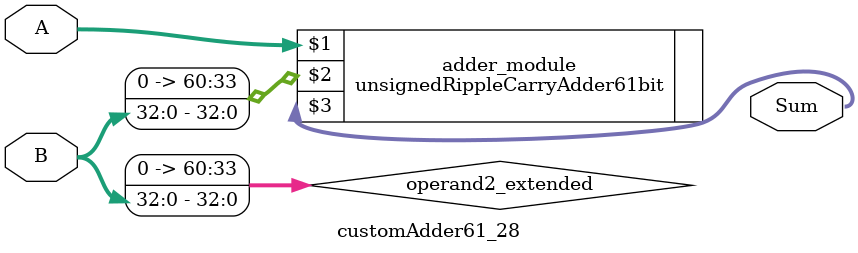
<source format=v>
module customAdder61_28(
                        input [60 : 0] A,
                        input [32 : 0] B,
                        
                        output [61 : 0] Sum
                );

        wire [60 : 0] operand2_extended;
        
        assign operand2_extended =  {28'b0, B};
        
        unsignedRippleCarryAdder61bit adder_module(
            A,
            operand2_extended,
            Sum
        );
        
        endmodule
        
</source>
